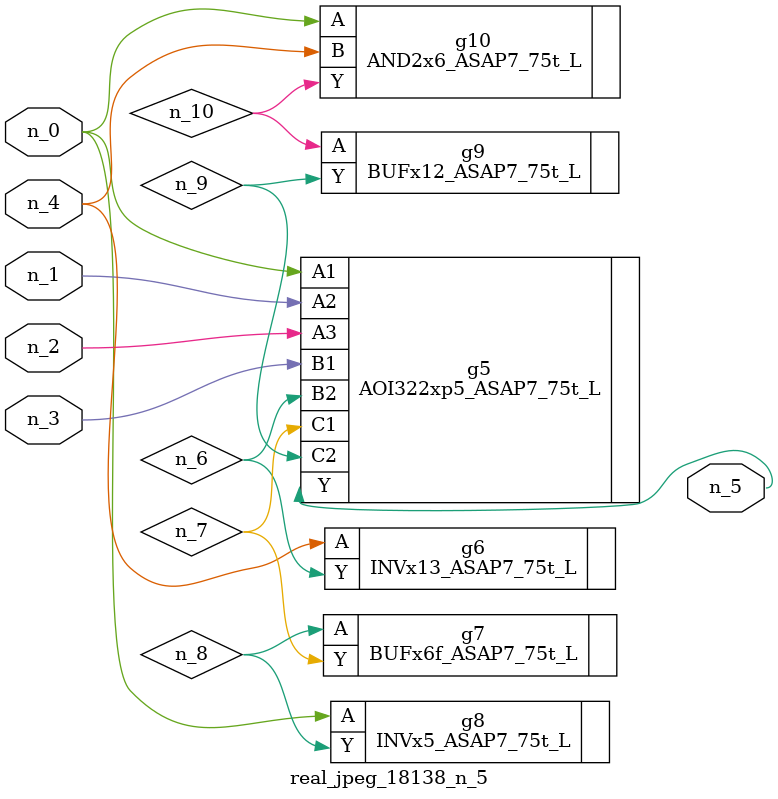
<source format=v>
module real_jpeg_18138_n_5 (n_4, n_0, n_1, n_2, n_3, n_5);

input n_4;
input n_0;
input n_1;
input n_2;
input n_3;

output n_5;

wire n_8;
wire n_6;
wire n_7;
wire n_10;
wire n_9;

AOI322xp5_ASAP7_75t_L g5 ( 
.A1(n_0),
.A2(n_1),
.A3(n_2),
.B1(n_3),
.B2(n_6),
.C1(n_7),
.C2(n_9),
.Y(n_5)
);

INVx5_ASAP7_75t_L g8 ( 
.A(n_0),
.Y(n_8)
);

AND2x6_ASAP7_75t_L g10 ( 
.A(n_0),
.B(n_4),
.Y(n_10)
);

INVx13_ASAP7_75t_L g6 ( 
.A(n_4),
.Y(n_6)
);

BUFx6f_ASAP7_75t_L g7 ( 
.A(n_8),
.Y(n_7)
);

BUFx12_ASAP7_75t_L g9 ( 
.A(n_10),
.Y(n_9)
);


endmodule
</source>
